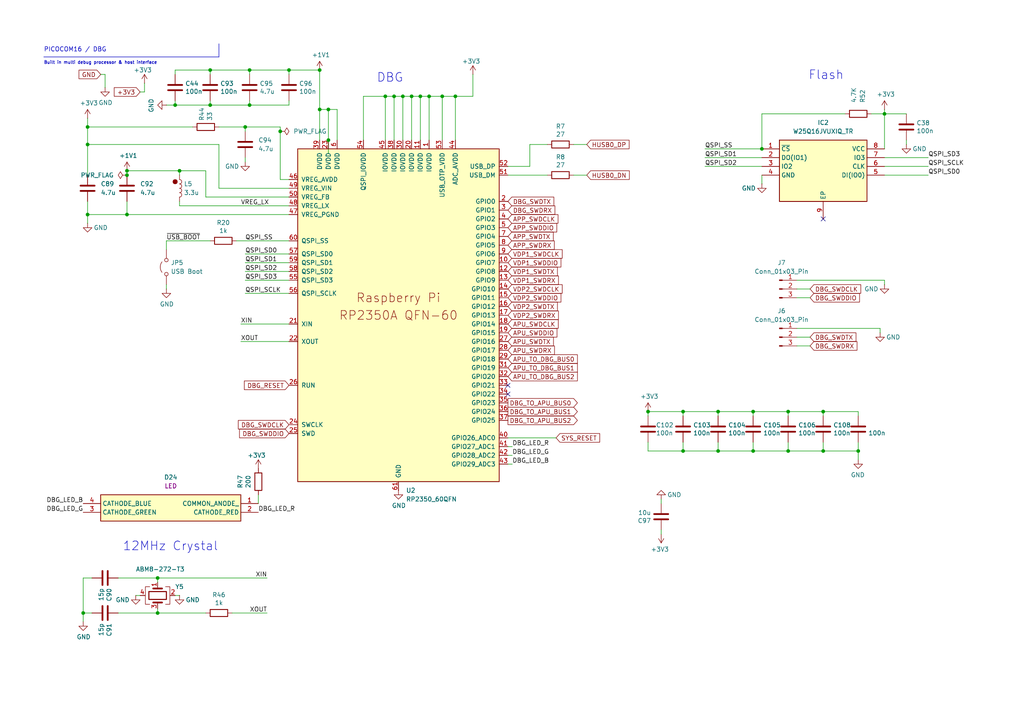
<source format=kicad_sch>
(kicad_sch (version 20231120) (generator "eeschema") (generator_version "8.0")
  (paper "A4")
  (lib_symbols
    (symbol "Connector:Conn_01x03_Pin" (pin_names (offset 1.016) hide)
      (property "Reference" "J" (at 0 5.08 0))
      (property "Value" "Conn_01x03_Pin" (at 0 -5.08 0))
      (symbol "Conn_01x03_Pin_1_1"
        (polyline (pts (xy 1.27 -2.54) (xy 0.8636 -2.54)) (stroke (width 0.1524)))
        (polyline (pts (xy 1.27 0) (xy 0.8636 0)) (stroke (width 0.1524)))
        (polyline (pts (xy 1.27 2.54) (xy 0.8636 2.54)) (stroke (width 0.1524)))
        (rectangle (start 0.8636 -2.413) (end 0 -2.667) (stroke (width 0.1524)) (fill (type outline)))
        (rectangle (start 0.8636 0.127) (end 0 -0.127) (stroke (width 0.1524)) (fill (type outline)))
        (rectangle (start 0.8636 2.667) (end 0 2.413) (stroke (width 0.1524)) (fill (type outline)))
        (pin passive line (at 5.08 2.54 180) (length 3.81) (name "Pin_1") (number "1"))
        (pin passive line (at 5.08 0 180) (length 3.81) (name "Pin_2") (number "2"))
        (pin passive line (at 5.08 -2.54 180) (length 3.81) (name "Pin_3") (number "3"))
      )
    )
    (symbol "Device:C" (pin_numbers hide) (pin_names (offset 0.254))
      (property "Reference" "C" (at 0.635 2.54 0))
      (property "Value" "C" (at 0.635 -2.54 0))
      (symbol "C_0_1"
        (polyline (pts (xy -2.032 -0.762) (xy 2.032 -0.762)) (stroke (width 0.508)))
        (polyline (pts (xy -2.032 0.762) (xy 2.032 0.762)) (stroke (width 0.508)))
      )
      (symbol "C_1_1"
        (pin passive line (at 0 3.81 270) (length 2.794) (name "~") (number "1"))
        (pin passive line (at 0 -3.81 90) (length 2.794) (name "~") (number "2"))
      )
    )
    (symbol "Device:Crystal_GND24" (pin_names (offset 1.016) hide)
      (property "Reference" "Y" (at 3.175 5.08 0))
      (property "Value" "Crystal_GND24" (at 3.175 3.175 0))
      (symbol "Crystal_GND24_0_1"
        (rectangle (start -1.143 2.54) (end 1.143 -2.54) (stroke (width 0.3048)))
        (polyline (pts (xy -2.54 0) (xy -2.032 0)))
        (polyline (pts (xy -2.032 -1.27) (xy -2.032 1.27)) (stroke (width 0.508)))
        (polyline (pts (xy 0 -3.81) (xy 0 -3.556)))
        (polyline (pts (xy 0 3.556) (xy 0 3.81)))
        (polyline (pts (xy 2.032 -1.27) (xy 2.032 1.27)) (stroke (width 0.508)))
        (polyline (pts (xy 2.032 0) (xy 2.54 0)))
        (polyline (pts (xy -2.54 -2.286) (xy -2.54 -3.556) (xy 2.54 -3.556) (xy 2.54 -2.286)))
        (polyline (pts (xy -2.54 2.286) (xy -2.54 3.556) (xy 2.54 3.556) (xy 2.54 2.286)))
      )
      (symbol "Crystal_GND24_1_1"
        (pin passive line (at -3.81 0 0) (length 1.27) (name "1") (number "1"))
        (pin passive line (at 0 5.08 270) (length 1.27) (name "2") (number "2"))
        (pin passive line (at 3.81 0 180) (length 1.27) (name "3") (number "3"))
        (pin passive line (at 0 -5.08 90) (length 1.27) (name "4") (number "4"))
      )
    )
    (symbol "Device:L" (pin_numbers hide) (pin_names (offset 1.016) hide)
      (property "Reference" "L" (at -1.27 0 90))
      (property "Value" "L" (at 1.905 0 90))
      (symbol "L_0_1"
        (arc (start 0 -2.54) (mid 0.6323 -1.905) (end 0 -1.27))
        (arc (start 0 -1.27) (mid 0.6323 -0.635) (end 0 0))
        (arc (start 0 0) (mid 0.6323 0.635) (end 0 1.27))
        (arc (start 0 1.27) (mid 0.6323 1.905) (end 0 2.54))
      )
      (symbol "L_1_1"
        (pin passive line (at 0 3.81 270) (length 1.27) (name "1") (number "1"))
        (pin passive line (at 0 -3.81 90) (length 1.27) (name "2") (number "2"))
      )
    )
    (symbol "Device:R" (pin_numbers hide) (pin_names (offset 0))
      (property "Reference" "R" (at 2.032 0 90))
      (property "Value" "R" (at 0 0 90))
      (symbol "R_0_1"
        (rectangle (start -1.016 -2.54) (end 1.016 2.54) (stroke (width 0.254)))
      )
      (symbol "R_1_1"
        (pin passive line (at 0 3.81 270) (length 1.27) (name "~") (number "1"))
        (pin passive line (at 0 -3.81 90) (length 1.27) (name "~") (number "2"))
      )
    )
    (symbol "Jumper:Jumper_2_Open" (pin_numbers hide) (pin_names (offset 0) hide) (exclude_from_sim yes)
      (property "Reference" "JP" (at 0 2.794 0))
      (property "Value" "Jumper_2_Open" (at 0 -2.286 0))
      (symbol "Jumper_2_Open_0_0"
        (circle (center -2.032 0) (radius 0.508))
        (circle (center 2.032 0) (radius 0.508))
      )
      (symbol "Jumper_2_Open_0_1"
        (arc (start 1.524 1.27) (mid 0 1.778) (end -1.524 1.27))
      )
      (symbol "Jumper_2_Open_1_1"
        (pin passive line (at -5.08 0 0) (length 2.54) (name "A") (number "1"))
        (pin passive line (at 5.08 0 180) (length 2.54) (name "B") (number "2"))
      )
    )
    (symbol "LRTBR48G-P9Q7-1+R7S5-26+NP-68:LRTBR48G-P9Q7-1+R7S5-26+NP-68"
      (property "Reference" "LED" (at 46.99 7.62 0))
      (property "Value" "LRTBR48G-P9Q7-1+R7S5-26+NP-68" (at 46.99 5.08 0))
      (symbol "LRTBR48G-P9Q7-1+R7S5-26+NP-68_1_1"
        (rectangle (start 5.08 2.54) (end 45.72 -5.08) (stroke (width 0.254)) (fill (type background)))
        (pin passive line (at 50.8 0 180) (length 5.08) (name "COMMON_ANODE_") (number "1"))
        (pin passive line (at 50.8 -2.54 180) (length 5.08) (name "CATHODE_RED") (number "2"))
        (pin passive line (at 0 -2.54 0) (length 5.08) (name "CATHODE_GREEN") (number "3"))
        (pin passive line (at 0 0 0) (length 5.08) (name "CATHODE_BLUE") (number "4"))
      )
    )
    (symbol "MCU_RaspberryPi_RP2350:RP2350_60QFN" (pin_names (offset 1.016))
      (property "Reference" "U" (at -29.21 49.53 0))
      (property "Value" "RP2350_60QFN" (at 24.13 -49.53 0))
      (symbol "RP2350_60QFN_0_0"
        (text "Raspberry Pi" (at 0 5.08 0) (effects (font (size 2.54 2.54))))
      )
      (symbol "RP2350_60QFN_0_1"
        (rectangle (start 29.21 48.26) (end -29.21 -48.26) (stroke (width 0.254)) (fill (type background)))
      )
      (symbol "RP2350_60QFN_1_0"
        (text "RP2350A QFN-60" (at 0 0 0) (effects (font (size 2.54 2.54))))
      )
      (symbol "RP2350_60QFN_1_1"
        (pin power_in line (at 8.89 50.8 270) (length 2.54) (name "IOVDD") (number "1"))
        (pin bidirectional line (at 31.75 15.24 180) (length 2.54) (name "GPIO7") (number "10"))
        (pin power_in line (at 6.35 50.8 270) (length 2.54) (name "IOVDD") (number "11"))
        (pin bidirectional line (at 31.75 12.7 180) (length 2.54) (name "GPIO8") (number "12"))
        (pin bidirectional line (at 31.75 10.16 180) (length 2.54) (name "GPIO9") (number "13"))
        (pin bidirectional line (at 31.75 7.62 180) (length 2.54) (name "GPIO10") (number "14"))
        (pin bidirectional line (at 31.75 5.08 180) (length 2.54) (name "GPIO11") (number "15"))
        (pin bidirectional line (at 31.75 2.54 180) (length 2.54) (name "GPIO12") (number "16"))
        (pin bidirectional line (at 31.75 0 180) (length 2.54) (name "GPIO13") (number "17"))
        (pin bidirectional line (at 31.75 -2.54 180) (length 2.54) (name "GPIO14") (number "18"))
        (pin bidirectional line (at 31.75 -5.08 180) (length 2.54) (name "GPIO15") (number "19"))
        (pin bidirectional line (at 31.75 33.02 180) (length 2.54) (name "GPIO0") (number "2"))
        (pin power_in line (at 3.81 50.8 270) (length 2.54) (name "IOVDD") (number "20"))
        (pin input line (at -31.75 -2.54 0) (length 2.54) (name "XIN") (number "21"))
        (pin passive line (at -31.75 -7.62 0) (length 2.54) (name "XOUT") (number "22"))
        (pin power_in line (at -20.32 50.8 270) (length 2.54) (name "DVDD") (number "23"))
        (pin output line (at -31.75 -31.75 0) (length 2.54) (name "SWCLK") (number "24"))
        (pin bidirectional line (at -31.75 -34.29 0) (length 2.54) (name "SWD") (number "25"))
        (pin input line (at -31.75 -20.32 0) (length 2.54) (name "RUN") (number "26"))
        (pin bidirectional line (at 31.75 -7.62 180) (length 2.54) (name "GPIO16") (number "27"))
        (pin bidirectional line (at 31.75 -10.16 180) (length 2.54) (name "GPIO17") (number "28"))
        (pin bidirectional line (at 31.75 -12.7 180) (length 2.54) (name "GPIO18") (number "29"))
        (pin bidirectional line (at 31.75 30.48 180) (length 2.54) (name "GPIO1") (number "3"))
        (pin power_in line (at 1.27 50.8 270) (length 2.54) (name "IOVDD") (number "30"))
        (pin bidirectional line (at 31.75 -15.24 180) (length 2.54) (name "GPIO19") (number "31"))
        (pin bidirectional line (at 31.75 -17.78 180) (length 2.54) (name "GPIO20") (number "32"))
        (pin bidirectional line (at 31.75 -20.32 180) (length 2.54) (name "GPIO21") (number "33"))
        (pin bidirectional line (at 31.75 -22.86 180) (length 2.54) (name "GPIO22") (number "34"))
        (pin bidirectional line (at 31.75 -25.4 180) (length 2.54) (name "GPIO23") (number "35"))
        (pin bidirectional line (at 31.75 -27.94 180) (length 2.54) (name "GPIO24") (number "36"))
        (pin bidirectional line (at 31.75 -30.48 180) (length 2.54) (name "GPIO25") (number "37"))
        (pin power_in line (at -1.27 50.8 270) (length 2.54) (name "IOVDD") (number "38"))
        (pin power_in line (at -22.86 50.8 270) (length 2.54) (name "DVDD") (number "39"))
        (pin bidirectional line (at 31.75 27.94 180) (length 2.54) (name "GPIO2") (number "4"))
        (pin bidirectional line (at 31.75 -35.56 180) (length 2.54) (name "GPIO26_ADC0") (number "40"))
        (pin bidirectional line (at 31.75 -38.1 180) (length 2.54) (name "GPIO27_ADC1") (number "41"))
        (pin bidirectional line (at 31.75 -40.64 180) (length 2.54) (name "GPIO28_ADC2") (number "42"))
        (pin bidirectional line (at 31.75 -43.18 180) (length 2.54) (name "GPIO29_ADC3") (number "43"))
        (pin power_in line (at 16.51 50.8 270) (length 2.54) (name "ADC_AVDD") (number "44"))
        (pin power_in line (at -3.81 50.8 270) (length 2.54) (name "IOVDD") (number "45"))
        (pin power_in line (at -31.75 39.37 0) (length 2.54) (name "VREG_AVDD") (number "46"))
        (pin power_in line (at -31.75 29.21 0) (length 2.54) (name "VREG_PGND") (number "47"))
        (pin power_out line (at -31.75 31.75 0) (length 2.54) (name "VREG_LX") (number "48"))
        (pin power_in line (at -31.75 36.83 0) (length 2.54) (name "VREG_VIN") (number "49"))
        (pin bidirectional line (at 31.75 25.4 180) (length 2.54) (name "GPIO3") (number "5"))
        (pin input line (at -31.75 34.29 0) (length 2.54) (name "VREG_FB") (number "50"))
        (pin bidirectional line (at 31.75 40.64 180) (length 2.54) (name "USB_DM") (number "51"))
        (pin bidirectional line (at 31.75 43.18 180) (length 2.54) (name "USB_DP") (number "52"))
        (pin power_in line (at 12.7 50.8 270) (length 2.54) (name "USB_OTP_VDD") (number "53"))
        (pin power_in line (at -10.16 50.8 270) (length 2.54) (name "QSPI_IOVDD") (number "54"))
        (pin bidirectional line (at -31.75 10.16 0) (length 2.54) (name "QSPI_SD3") (number "55"))
        (pin output line (at -31.75 6.35 0) (length 2.54) (name "QSPI_SCLK") (number "56"))
        (pin bidirectional line (at -31.75 17.78 0) (length 2.54) (name "QSPI_SD0") (number "57"))
        (pin bidirectional line (at -31.75 12.7 0) (length 2.54) (name "QSPI_SD2") (number "58"))
        (pin bidirectional line (at -31.75 15.24 0) (length 2.54) (name "QSPI_SD1") (number "59"))
        (pin power_in line (at -17.78 50.8 270) (length 2.54) (name "DVDD") (number "6"))
        (pin bidirectional line (at -31.75 21.59 0) (length 2.54) (name "QSPI_SS") (number "60"))
        (pin power_in line (at 0 -50.8 90) (length 2.54) (name "GND") (number "61"))
        (pin bidirectional line (at 31.75 22.86 180) (length 2.54) (name "GPIO4") (number "7"))
        (pin bidirectional line (at 31.75 20.32 180) (length 2.54) (name "GPIO5") (number "8"))
        (pin bidirectional line (at 31.75 17.78 180) (length 2.54) (name "GPIO6") (number "9"))
      )
    )
    (symbol "W25Q16JVUXIQ_TR:W25Q16JVUXIQ_TR"
      (property "Reference" "IC" (at 31.75 7.62 0))
      (property "Value" "W25Q16JVUXIQ_TR" (at 31.75 5.08 0))
      (symbol "W25Q16JVUXIQ_TR_1_1"
        (rectangle (start 5.08 2.54) (end 30.48 -15.24) (stroke (width 0.254)) (fill (type background)))
        (pin passive line (at 0 0 0) (length 5.08) (name "~{CS}") (number "1"))
        (pin passive line (at 0 -2.54 0) (length 5.08) (name "DO(IO1)") (number "2"))
        (pin passive line (at 0 -5.08 0) (length 5.08) (name "IO2") (number "3"))
        (pin passive line (at 0 -7.62 0) (length 5.08) (name "GND") (number "4"))
        (pin passive line (at 35.56 -7.62 180) (length 5.08) (name "DI(IO0)") (number "5"))
        (pin passive line (at 35.56 -5.08 180) (length 5.08) (name "CLK") (number "6"))
        (pin passive line (at 35.56 -2.54 180) (length 5.08) (name "IO3") (number "7"))
        (pin passive line (at 35.56 0 180) (length 5.08) (name "VCC") (number "8"))
        (pin passive line (at 17.78 -20.32 90) (length 5.08) (name "EP") (number "9"))
      )
    )
    (symbol "power:+1V1" (power) (pin_numbers hide) (pin_names (offset 0) hide)
      (property "Value" "+1V1" (at 0 3.556 0))
      (symbol "+1V1_0_1"
        (polyline (pts (xy -0.762 1.27) (xy 0 2.54)))
        (polyline (pts (xy 0 0) (xy 0 2.54)))
        (polyline (pts (xy 0 2.54) (xy 0.762 1.27)))
      )
      (symbol "+1V1_1_1"
        (pin power_in line (at 0 0 90) (length 0) (name "~") (number "1"))
      )
    )
    (symbol "power:+3V3" (power) (pin_numbers hide) (pin_names (offset 0) hide)
      (property "Value" "+3V3" (at 0 3.556 0))
      (symbol "+3V3_0_1"
        (polyline (pts (xy -0.762 1.27) (xy 0 2.54)))
        (polyline (pts (xy 0 0) (xy 0 2.54)))
        (polyline (pts (xy 0 2.54) (xy 0.762 1.27)))
      )
      (symbol "+3V3_1_1"
        (pin power_in line (at 0 0 90) (length 0) (name "~") (number "1"))
      )
    )
    (symbol "power:GND" (power) (pin_numbers hide) (pin_names (offset 0) hide)
      (property "Value" "GND" (at 0 -3.81 0))
      (symbol "GND_0_1"
        (polyline (pts (xy 0 0) (xy 0 -1.27) (xy 1.27 -1.27) (xy 0 -2.54) (xy -1.27 -1.27) (xy 0 -1.27)))
      )
      (symbol "GND_1_1"
        (pin power_in line (at 0 0 270) (length 0) (name "~") (number "1"))
      )
    )
    (symbol "power:PWR_FLAG" (power) (pin_numbers hide) (pin_names (offset 0) hide)
      (property "Value" "PWR_FLAG" (at 0 3.81 0))
      (symbol "PWR_FLAG_0_0"
        (pin power_out line (at 0 0 90) (length 0) (name "~") (number "1"))
      )
      (symbol "PWR_FLAG_0_1"
        (polyline (pts (xy 0 0) (xy 0 1.27) (xy -1.016 1.905) (xy 0 2.54) (xy 1.016 1.905) (xy 0 1.27)))
      )
    )
  )
  (junction (at 92.71 31.75))
  (junction (at 60.96 30.48))
  (junction (at 238.76 119.38))
  (junction (at 36.83 50.8))
  (junction (at 24.13 177.8))
  (junction (at 83.82 20.32))
  (junction (at 228.6 130.81))
  (junction (at 52.07 49.53))
  (junction (at 25.4 36.83))
  (junction (at 95.25 31.75))
  (junction (at 45.72 167.64))
  (junction (at 132.08 27.94))
  (junction (at 218.44 130.81))
  (junction (at 198.12 130.81))
  (junction (at 124.46 27.94))
  (junction (at 72.39 30.48))
  (junction (at 119.38 27.94))
  (junction (at 72.39 20.32))
  (junction (at 208.28 119.38))
  (junction (at 238.76 130.81))
  (junction (at 114.3 27.94))
  (junction (at 187.96 119.38))
  (junction (at 220.98 43.18))
  (junction (at 36.83 62.23))
  (junction (at 248.92 130.81))
  (junction (at 25.4 41.91))
  (junction (at 95.25 40.64))
  (junction (at 208.28 130.81))
  (junction (at 218.44 119.38))
  (junction (at 60.96 20.32))
  (junction (at 25.4 62.23))
  (junction (at 50.8 30.48))
  (junction (at 121.92 27.94))
  (junction (at 71.12 36.83))
  (junction (at 116.84 27.94))
  (junction (at 45.72 177.8))
  (junction (at 128.27 27.94))
  (junction (at 198.12 119.38))
  (junction (at 256.54 33.02))
  (junction (at 36.83 49.53))
  (junction (at 92.71 20.32))
  (junction (at 228.6 119.38))
  (junction (at 111.76 27.94))
  (junction (at 81.28 38.1))
  (no_connect (at 147.32 111.76))
  (no_connect (at 147.32 114.3))
  (no_connect (at 238.76 63.5))
  (wire (pts (xy 25.4 62.23) (xy 25.4 64.77)))
  (wire (pts (xy 218.44 128.27) (xy 218.44 130.81)))
  (wire (pts (xy 83.82 30.48) (xy 83.82 29.21)))
  (wire (pts (xy 97.79 31.75) (xy 97.79 40.64)))
  (wire (pts (xy 92.71 31.75) (xy 92.71 40.64)))
  (wire (pts (xy 187.96 128.27) (xy 187.96 130.81)))
  (wire (pts (xy 52.07 59.69) (xy 52.07 58.42)))
  (wire (pts (xy 252.73 33.02) (xy 256.54 33.02)))
  (wire (pts (xy 26.67 177.8) (xy 24.13 177.8)))
  (wire (pts (xy 119.38 27.94) (xy 121.92 27.94)))
  (wire (pts (xy 34.29 167.64) (xy 45.72 167.64)))
  (wire (pts (xy 95.25 31.75) (xy 92.71 31.75)))
  (wire (pts (xy 204.47 43.18) (xy 220.98 43.18)))
  (wire (pts (xy 119.38 27.94) (xy 119.38 40.64)))
  (wire (pts (xy 67.31 177.8) (xy 77.47 177.8)))
  (wire (pts (xy 116.84 27.94) (xy 119.38 27.94)))
  (wire (pts (xy 147.32 48.26) (xy 153.67 48.26)))
  (wire (pts (xy 124.46 27.94) (xy 128.27 27.94)))
  (wire (pts (xy 105.41 27.94) (xy 111.76 27.94)))
  (wire (pts (xy 248.92 128.27) (xy 248.92 130.81)))
  (wire (pts (xy 262.89 40.64) (xy 262.89 41.91)))
  (wire (pts (xy 69.85 99.06) (xy 83.82 99.06)))
  (wire (pts (xy 231.14 86.36) (xy 234.95 86.36)))
  (wire (pts (xy 95.25 40.64) (xy 95.25 44.45)))
  (wire (pts (xy 128.27 27.94) (xy 128.27 40.64)))
  (wire (pts (xy 148.59 134.62) (xy 147.32 134.62)))
  (wire (pts (xy 166.37 50.8) (xy 170.18 50.8)))
  (wire (pts (xy 30.48 21.59) (xy 29.21 21.59)))
  (wire (pts (xy 231.14 81.28) (xy 256.54 81.28)))
  (wire (pts (xy 45.72 167.64) (xy 77.47 167.64)))
  (wire (pts (xy 114.3 27.94) (xy 116.84 27.94)))
  (wire (pts (xy 60.96 30.48) (xy 72.39 30.48)))
  (wire (pts (xy 30.48 21.59) (xy 30.48 25.4)))
  (wire (pts (xy 25.4 41.91) (xy 25.4 50.8)))
  (wire (pts (xy 161.29 127) (xy 147.32 127)))
  (wire (pts (xy 218.44 130.81) (xy 228.6 130.81)))
  (wire (pts (xy 74.93 143.51) (xy 74.93 146.05)))
  (wire (pts (xy 36.83 50.8) (xy 36.83 49.53)))
  (wire (pts (xy 48.26 30.48) (xy 50.8 30.48)))
  (wire (pts (xy 71.12 36.83) (xy 71.12 38.1)))
  (wire (pts (xy 114.3 27.94) (xy 114.3 40.64)))
  (wire (pts (xy 52.07 59.69) (xy 83.82 59.69)))
  (wire (pts (xy 71.12 78.74) (xy 83.82 78.74)))
  (wire (pts (xy 72.39 30.48) (xy 83.82 30.48)))
  (wire (pts (xy 231.14 95.25) (xy 255.27 95.25)))
  (wire (pts (xy 256.54 81.28) (xy 256.54 82.55)))
  (wire (pts (xy 187.96 119.38) (xy 198.12 119.38)))
  (wire (pts (xy 208.28 128.27) (xy 208.28 130.81)))
  (wire (pts (xy 24.13 167.64) (xy 24.13 177.8)))
  (wire (pts (xy 228.6 130.81) (xy 238.76 130.81)))
  (wire (pts (xy 198.12 120.65) (xy 198.12 119.38)))
  (wire (pts (xy 59.69 57.15) (xy 59.69 49.53)))
  (wire (pts (xy 92.71 20.32) (xy 92.71 31.75)))
  (wire (pts (xy 269.24 45.72) (xy 256.54 45.72)))
  (wire (pts (xy 238.76 120.65) (xy 238.76 119.38)))
  (wire (pts (xy 198.12 128.27) (xy 198.12 130.81)))
  (wire (pts (xy 128.27 27.94) (xy 132.08 27.94)))
  (wire (pts (xy 121.92 27.94) (xy 121.92 40.64)))
  (wire (pts (xy 81.28 52.07) (xy 83.82 52.07)))
  (wire (pts (xy 52.07 49.53) (xy 52.07 50.8)))
  (wire (pts (xy 124.46 27.94) (xy 124.46 40.64)))
  (wire (pts (xy 71.12 81.28) (xy 83.82 81.28)))
  (wire (pts (xy 204.47 48.26) (xy 220.98 48.26)))
  (wire (pts (xy 148.59 129.54) (xy 147.32 129.54)))
  (wire (pts (xy 218.44 120.65) (xy 218.44 119.38)))
  (wire (pts (xy 220.98 33.02) (xy 220.98 43.18)))
  (wire (pts (xy 25.4 36.83) (xy 55.88 36.83)))
  (wire (pts (xy 48.26 69.85) (xy 48.26 72.39)))
  (wire (pts (xy 228.6 128.27) (xy 228.6 130.81)))
  (wire (pts (xy 50.8 29.21) (xy 50.8 30.48)))
  (wire (pts (xy 198.12 130.81) (xy 208.28 130.81)))
  (wire (pts (xy 228.6 119.38) (xy 238.76 119.38)))
  (wire (pts (xy 83.82 21.59) (xy 83.82 20.32)))
  (wire (pts (xy 95.25 31.75) (xy 95.25 40.64)))
  (wire (pts (xy 218.44 119.38) (xy 228.6 119.38)))
  (wire (pts (xy 208.28 130.81) (xy 218.44 130.81)))
  (wire (pts (xy 25.4 36.83) (xy 25.4 41.91)))
  (wire (pts (xy 191.77 146.05) (xy 191.77 144.78)))
  (polyline (pts (xy 63.5 12.7) (xy 63.5 16.51)))
  (wire (pts (xy 198.12 130.81) (xy 187.96 130.81)))
  (wire (pts (xy 116.84 27.94) (xy 116.84 40.64)))
  (wire (pts (xy 132.08 27.94) (xy 137.16 27.94)))
  (wire (pts (xy 41.91 24.13) (xy 41.91 26.67)))
  (wire (pts (xy 95.25 31.75) (xy 97.79 31.75)))
  (wire (pts (xy 166.37 41.91) (xy 170.18 41.91)))
  (wire (pts (xy 187.96 120.65) (xy 187.96 119.38)))
  (wire (pts (xy 59.69 49.53) (xy 52.07 49.53)))
  (wire (pts (xy 71.12 73.66) (xy 83.82 73.66)))
  (wire (pts (xy 60.96 21.59) (xy 60.96 20.32)))
  (wire (pts (xy 60.96 29.21) (xy 60.96 30.48)))
  (wire (pts (xy 63.5 54.61) (xy 83.82 54.61)))
  (wire (pts (xy 204.47 45.72) (xy 220.98 45.72)))
  (wire (pts (xy 48.26 83.82) (xy 48.26 82.55)))
  (wire (pts (xy 153.67 41.91) (xy 153.67 48.26)))
  (wire (pts (xy 36.83 58.42) (xy 36.83 62.23)))
  (polyline (pts (xy 12.7 16.51) (xy 63.5 16.51)))
  (wire (pts (xy 50.8 20.32) (xy 60.96 20.32)))
  (wire (pts (xy 245.11 33.02) (xy 220.98 33.02)))
  (wire (pts (xy 41.91 26.67) (xy 40.64 26.67)))
  (wire (pts (xy 238.76 119.38) (xy 248.92 119.38)))
  (wire (pts (xy 238.76 128.27) (xy 238.76 130.81)))
  (wire (pts (xy 228.6 120.65) (xy 228.6 119.38)))
  (wire (pts (xy 34.29 177.8) (xy 45.72 177.8)))
  (wire (pts (xy 72.39 29.21) (xy 72.39 30.48)))
  (wire (pts (xy 208.28 120.65) (xy 208.28 119.38)))
  (wire (pts (xy 238.76 130.81) (xy 248.92 130.81)))
  (wire (pts (xy 231.14 83.82) (xy 234.95 83.82)))
  (wire (pts (xy 269.24 50.8) (xy 256.54 50.8)))
  (wire (pts (xy 50.8 30.48) (xy 60.96 30.48)))
  (wire (pts (xy 132.08 27.94) (xy 132.08 40.64)))
  (wire (pts (xy 153.67 41.91) (xy 158.75 41.91)))
  (wire (pts (xy 45.72 177.8) (xy 59.69 177.8)))
  (wire (pts (xy 36.83 62.23) (xy 83.82 62.23)))
  (wire (pts (xy 248.92 130.81) (xy 248.92 133.35)))
  (wire (pts (xy 36.83 49.53) (xy 52.07 49.53)))
  (wire (pts (xy 71.12 46.99) (xy 71.12 45.72)))
  (wire (pts (xy 63.5 41.91) (xy 63.5 54.61)))
  (wire (pts (xy 231.14 100.33) (xy 234.95 100.33)))
  (wire (pts (xy 60.96 20.32) (xy 72.39 20.32)))
  (wire (pts (xy 83.82 57.15) (xy 59.69 57.15)))
  (wire (pts (xy 83.82 20.32) (xy 92.71 20.32)))
  (wire (pts (xy 50.8 172.72) (xy 52.07 172.72)))
  (wire (pts (xy 81.28 38.1) (xy 81.28 52.07)))
  (wire (pts (xy 63.5 36.83) (xy 71.12 36.83)))
  (wire (pts (xy 71.12 85.09) (xy 83.82 85.09)))
  (wire (pts (xy 68.58 69.85) (xy 83.82 69.85)))
  (wire (pts (xy 60.96 69.85) (xy 48.26 69.85)))
  (wire (pts (xy 72.39 21.59) (xy 72.39 20.32)))
  (wire (pts (xy 72.39 20.32) (xy 83.82 20.32)))
  (wire (pts (xy 121.92 27.94) (xy 124.46 27.94)))
  (wire (pts (xy 256.54 33.02) (xy 256.54 43.18)))
  (wire (pts (xy 208.28 119.38) (xy 218.44 119.38)))
  (wire (pts (xy 71.12 36.83) (xy 81.28 36.83)))
  (wire (pts (xy 25.4 62.23) (xy 36.83 62.23)))
  (wire (pts (xy 50.8 21.59) (xy 50.8 20.32)))
  (wire (pts (xy 25.4 41.91) (xy 63.5 41.91)))
  (wire (pts (xy 269.24 48.26) (xy 256.54 48.26)))
  (wire (pts (xy 69.85 93.98) (xy 83.82 93.98)))
  (wire (pts (xy 147.32 50.8) (xy 158.75 50.8)))
  (wire (pts (xy 111.76 27.94) (xy 114.3 27.94)))
  (wire (pts (xy 191.77 154.94) (xy 191.77 153.67)))
  (wire (pts (xy 231.14 97.79) (xy 234.95 97.79)))
  (wire (pts (xy 71.12 76.2) (xy 83.82 76.2)))
  (wire (pts (xy 105.41 27.94) (xy 105.41 40.64)))
  (wire (pts (xy 81.28 36.83) (xy 81.28 38.1)))
  (wire (pts (xy 26.67 167.64) (xy 24.13 167.64)))
  (wire (pts (xy 39.37 172.72) (xy 40.64 172.72)))
  (wire (pts (xy 220.98 53.34) (xy 220.98 50.8)))
  (wire (pts (xy 45.72 176.53) (xy 45.72 177.8)))
  (wire (pts (xy 24.13 177.8) (xy 24.13 180.34)))
  (wire (pts (xy 255.27 95.25) (xy 255.27 96.52)))
  (wire (pts (xy 256.54 31.75) (xy 256.54 33.02)))
  (wire (pts (xy 148.59 132.08) (xy 147.32 132.08)))
  (wire (pts (xy 45.72 168.91) (xy 45.72 167.64)))
  (wire (pts (xy 248.92 120.65) (xy 248.92 119.38)))
  (wire (pts (xy 137.16 21.59) (xy 137.16 27.94)))
  (wire (pts (xy 25.4 34.29) (xy 25.4 36.83)))
  (wire (pts (xy 25.4 58.42) (xy 25.4 62.23)))
  (wire (pts (xy 111.76 27.94) (xy 111.76 40.64)))
  (wire (pts (xy 262.89 33.02) (xy 256.54 33.02)))
  (wire (pts (xy 198.12 119.38) (xy 208.28 119.38)))
  (circle (center 50.8 52.705) (radius 0.635) (stroke (width 0) (color 132 0 0 1)) (fill (type color) (color 132 0 0 1)))
  (text "DBG" (at 109.22 24.13 0) (effects (font (size 2.54 2.54)) (justify left bottom)))
  (text "Flash" (at 234.442 23.368 0) (effects (font (size 2.54 2.54)) (justify left bottom)))
  (text "12MHz Crystal" (at 35.56 160.02 0) (effects (font (size 2.54 2.54)) (justify left bottom)))
  (text "PICOCOM16 / DBG" (at 12.7 14.478 0) (effects (font (size 1.27 1.27)) (justify left)))
  (text "Built in multi debug processor & host interface" (at 12.7 18.288 0) (effects (font (size 0.889 0.889)) (justify left)))
  (label "XOUT" (at 77.47 177.8 180))
  (label "DBG_LED_G" (at 148.59 132.08 0))
  (label "DBG_LED_R" (at 74.93 148.59 0))
  (label "VREG_LX" (at 69.85 59.69 0))
  (label "QSPI_SD1" (at 71.12 76.2 0))
  (label "QSPI_SD0" (at 71.12 73.66 0))
  (label "QSPI_SD0" (at 269.24 50.8 0))
  (label "DBG_LED_G" (at 24.13 148.59 180))
  (label "QSPI_SCLK" (at 269.24 48.26 0))
  (label "QSPI_SS" (at 204.47 43.18 0))
  (label "QSPI_SD2" (at 71.12 78.74 0))
  (label "XIN" (at 77.47 167.64 180))
  (label "QSPI_SS" (at 71.12 69.85 0))
  (label "DBG_LED_B" (at 148.59 134.62 0))
  (label "~{USB_BOOT}" (at 48.26 69.85 0))
  (label "QSPI_SD3" (at 269.24 45.72 0))
  (label "DBG_LED_B" (at 24.13 146.05 180))
  (label "XOUT" (at 69.85 99.06 0))
  (label "DBG_LED_R" (at 148.59 129.54 0))
  (label "QSPI_SD3" (at 71.12 81.28 0))
  (label "XIN" (at 69.85 93.98 0))
  (label "QSPI_SD2" (at 204.47 48.26 0))
  (label "QSPI_SD1" (at 204.47 45.72 0))
  (label "QSPI_SCLK" (at 71.12 85.09 0))
  (global_label "DBG_TO_APU_BUS0" (shape output) (at 147.32 116.84 0) (property "Intersheetrefs" "${INTERSHEET_REFS}" (effects (hide yes))))
  (global_label "VDP1_SWDDIO" (shape input) (at 147.32 76.2 0) (property "Intersheetrefs" "${INTERSHEET_REFS}" (effects (hide yes))))
  (global_label "DBG_SWDRX" (shape input) (at 234.95 100.33 0) (property "Intersheetrefs" "${INTERSHEET_REFS}" (effects (hide yes))))
  (global_label "DBG_SWDDIO" (shape input) (at 83.82 125.73 180) (property "Intersheetrefs" "${INTERSHEET_REFS}" (effects (hide yes))))
  (global_label "DBG_SWDTX" (shape input) (at 234.95 97.79 0) (property "Intersheetrefs" "${INTERSHEET_REFS}" (effects (hide yes))))
  (global_label "VDP2_SWDCLK" (shape input) (at 147.32 83.82 0) (property "Intersheetrefs" "${INTERSHEET_REFS}" (effects (hide yes))))
  (global_label "DBG_SWDCLK" (shape input) (at 83.82 123.19 180) (property "Intersheetrefs" "${INTERSHEET_REFS}" (effects (hide yes))))
  (global_label "VDP1_SWDCLK" (shape input) (at 147.32 73.66 0) (property "Intersheetrefs" "${INTERSHEET_REFS}" (effects (hide yes))))
  (global_label "HUSB0_DN" (shape input) (at 170.18 50.8 0) (property "Intersheetrefs" "${INTERSHEET_REFS}" (effects (hide yes))))
  (global_label "APU_TO_DBG_BUS0" (shape input) (at 147.32 104.14 0) (property "Intersheetrefs" "${INTERSHEET_REFS}" (effects (hide yes))))
  (global_label "GND" (shape input) (at 29.21 21.59 180) (property "Intersheetrefs" "${INTERSHEET_REFS}" (effects (hide yes))))
  (global_label "APU_SWDTX" (shape input) (at 147.32 99.06 0) (property "Intersheetrefs" "${INTERSHEET_REFS}" (effects (hide yes))))
  (global_label "DBG_RESET" (shape input) (at 83.82 111.76 180) (property "Intersheetrefs" "${INTERSHEET_REFS}" (effects (hide yes))))
  (global_label "DBG_SWDRX" (shape input) (at 147.32 60.96 0) (property "Intersheetrefs" "${INTERSHEET_REFS}" (effects (hide yes))))
  (global_label "DBG_SWDCLK" (shape input) (at 234.95 83.82 0) (property "Intersheetrefs" "${INTERSHEET_REFS}" (effects (hide yes))))
  (global_label "APP_SWDDIO" (shape input) (at 147.32 66.04 0) (property "Intersheetrefs" "${INTERSHEET_REFS}" (effects (hide yes))))
  (global_label "APU_TO_DBG_BUS1" (shape input) (at 147.32 106.68 0) (property "Intersheetrefs" "${INTERSHEET_REFS}" (effects (hide yes))))
  (global_label "VDP2_SWDTX" (shape input) (at 147.32 88.9 0) (property "Intersheetrefs" "${INTERSHEET_REFS}" (effects (hide yes))))
  (global_label "DBG_SWDTX" (shape input) (at 147.32 58.42 0) (property "Intersheetrefs" "${INTERSHEET_REFS}" (effects (hide yes))))
  (global_label "DBG_TO_APU_BUS1" (shape output) (at 147.32 119.38 0) (property "Intersheetrefs" "${INTERSHEET_REFS}" (effects (hide yes))))
  (global_label "VDP1_SWDRX" (shape input) (at 147.32 81.28 0) (property "Intersheetrefs" "${INTERSHEET_REFS}" (effects (hide yes))))
  (global_label "VDP2_SWDRX" (shape input) (at 147.32 91.44 0) (property "Intersheetrefs" "${INTERSHEET_REFS}" (effects (hide yes))))
  (global_label "VDP1_SWDTX" (shape input) (at 147.32 78.74 0) (property "Intersheetrefs" "${INTERSHEET_REFS}" (effects (hide yes))))
  (global_label "APU_SWDCLK" (shape input) (at 147.32 93.98 0) (property "Intersheetrefs" "${INTERSHEET_REFS}" (effects (hide yes))))
  (global_label "VDP2_SWDDIO" (shape input) (at 147.32 86.36 0) (property "Intersheetrefs" "${INTERSHEET_REFS}" (effects (hide yes))))
  (global_label "SYS_RESET" (shape input) (at 161.29 127 0) (property "Intersheetrefs" "${INTERSHEET_REFS}" (effects (hide yes))))
  (global_label "APU_SWDRX" (shape input) (at 147.32 101.6 0) (property "Intersheetrefs" "${INTERSHEET_REFS}" (effects (hide yes))))
  (global_label "APP_SWDTX" (shape input) (at 147.32 68.58 0) (property "Intersheetrefs" "${INTERSHEET_REFS}" (effects (hide yes))))
  (global_label "DBG_TO_APU_BUS2" (shape output) (at 147.32 121.92 0) (property "Intersheetrefs" "${INTERSHEET_REFS}" (effects (hide yes))))
  (global_label "+3V3" (shape input) (at 40.64 26.67 180) (property "Intersheetrefs" "${INTERSHEET_REFS}" (effects (hide yes))))
  (global_label "HUSB0_DP" (shape input) (at 170.18 41.91 0) (property "Intersheetrefs" "${INTERSHEET_REFS}" (effects (hide yes))))
  (global_label "APP_SWDCLK" (shape input) (at 147.32 63.5 0) (property "Intersheetrefs" "${INTERSHEET_REFS}" (effects (hide yes))))
  (global_label "APU_SWDDIO" (shape input) (at 147.32 96.52 0) (property "Intersheetrefs" "${INTERSHEET_REFS}" (effects (hide yes))))
  (global_label "DBG_SWDDIO" (shape input) (at 234.95 86.36 0) (property "Intersheetrefs" "${INTERSHEET_REFS}" (effects (hide yes))))
  (global_label "APP_SWDRX" (shape input) (at 147.32 71.12 0) (property "Intersheetrefs" "${INTERSHEET_REFS}" (effects (hide yes))))
  (global_label "APU_TO_DBG_BUS2" (shape input) (at 147.32 109.22 0) (property "Intersheetrefs" "${INTERSHEET_REFS}" (effects (hide yes))))
  (symbol (lib_id "Device:R") (at 74.93 139.7 0) (unit 1)
    (property "Reference" "R47" (at 69.6722 139.7 90))
    (property "Value" "200" (at 71.9836 139.7 90))
    (property "Footprint" "Resistor_SMD:R_0402_1005Metric" (effects (hide yes)))
    (property "Description" "Resistor" (effects (hide yes)))
  )
  (symbol (lib_id "Device:C") (at 25.4 54.61 0) (unit 1)
    (property "Reference" "C89" (at 29.21 53.34 0) (effects (justify left)))
    (property "Value" "4.7u" (at 29.21 55.88 0) (effects (justify left)))
    (property "Footprint" "Capacitor_SMD:C_0402_1005Metric" (effects (hide yes)))
    (property "Description" "Unpolarized capacitor" (effects (hide yes)))
  )
  (symbol (lib_id "MCU_RaspberryPi_RP2350:RP2350_60QFN") (at 115.57 91.44 0) (unit 1)
    (property "Reference" "U2" (at 117.7641 142.24 0) (effects (justify left)))
    (property "Value" "RP2350_60QFN" (at 117.7641 144.78 0) (effects (justify left)))
    (property "Footprint" "Package_DFN_QFN:QFN-60-1EP_7x7mm_P0.4mm_EP3.4x3.4mm" (effects (hide yes)))
  )
  (symbol (lib_id "Device:C") (at 72.39 25.4 0) (unit 1)
    (property "Reference" "C95" (at 75.311 24.2316 0) (effects (justify left)))
    (property "Value" "4.7u" (at 75.311 26.543 0) (effects (justify left)))
    (property "Footprint" "Capacitor_SMD:C_0402_1005Metric" (effects (hide yes)))
    (property "Description" "Unpolarized capacitor" (effects (hide yes)))
  )
  (symbol (lib_id "power:+1V1") (at 36.83 49.53 0) (unit 1)
    (property "Reference" "#PWR0143" (effects (hide yes)))
    (property "Value" "+1V1" (at 37.211 45.1358 0))
    (property "Description" "Power symbol creates a global label with name \"+1V1\"" (effects (hide yes)))
  )
  (symbol (lib_id "LRTBR48G-P9Q7-1+R7S5-26+NP-68:LRTBR48G-P9Q7-1+R7S5-26+NP-68") (at 24.13 146.05 0) (unit 1)
    (property "Reference" "D24" (at 49.53 138.43 0))
    (property "Value" "LRTBR48G-P9Q7-1+R7S5-26+NP-68" (effects (hide yes)))
    (property "Footprint" "lib:LRTBR48GP9Q71R7S526NP68" (effects (hide yes)))
    (property "Datasheet" "https://www.osram.com/os/ecat/Multi%20CHIPLED%C2%AE%20LRTBR48G/com/en/class_pim_web_catalog_103489/global/prd_pim_device_2190793/" (effects (hide yes)))
    (property "Description" "Standard LEDs - SMD Multi CHIPLED RGB 623nm 530nm 471nm" (effects (hide yes)))
    (property "Reference_1" "LED" (at 49.53 140.97 0))
    (property "Value_1" "LRTBR48G-P9Q7-1+R7S5-26+NP-68" (effects (hide yes)))
    (property "Footprint_1" "LRTBR48GP9Q71R7S526NP68" (effects (hide yes)))
    (property "Datasheet_1" "https://www.osram.com/os/ecat/Multi%20CHIPLED%C2%AE%20LRTBR48G/com/en/class_pim_web_catalog_103489/global/prd_pim_device_2190793/" (effects (hide yes)))
    (property "Height" "0.65" (effects (hide yes)))
    (property "Mouser Part Number" "720-LRTBR48GP9A3521" (effects (hide yes)))
    (property "Mouser Price/Stock" "https://www.mouser.co.uk/ProductDetail/OSRAM-Opto-Semiconductors/LRTBR48G-P9Q7-1%2bR7S5-26%2bNP-68?qs=vLWxofP3U2wobKiXA759AQ%3D%3D" (effects (hide yes)))
    (property "Manufacturer_Name" "OSRAM" (effects (hide yes)))
    (property "Manufacturer_Part_Number" "LRTBR48G-P9Q7-1+R7S5-26+NP-68" (effects (hide yes)))
    (property "mfr#" "LRTBR48G-P9Q7-1+R7S5-26+NP-68" (effects (hide yes)))
  )
  (symbol (lib_id "power:GND") (at 48.26 30.48 270) (unit 1)
    (property "Reference" "#PWR0148" (effects (hide yes)))
    (property "Value" "GND" (at 43.8658 30.607 0))
    (property "Description" "Power symbol creates a global label with name \"GND\" , ground" (effects (hide yes)))
  )
  (symbol (lib_id "power:GND") (at 71.12 46.99 0) (unit 1)
    (property "Reference" "#PWR0149" (effects (hide yes)))
    (property "Value" "GND" (at 67.31 48.26 0))
    (property "Description" "Power symbol creates a global label with name \"GND\" , ground" (effects (hide yes)))
  )
  (symbol (lib_id "Device:C") (at 60.96 25.4 0) (unit 1)
    (property "Reference" "C93" (at 63.881 24.2316 0) (effects (justify left)))
    (property "Value" "100n" (at 63.881 26.543 0) (effects (justify left)))
    (property "Footprint" "Capacitor_SMD:C_0402_1005Metric" (effects (hide yes)))
    (property "Description" "Unpolarized capacitor" (effects (hide yes)))
  )
  (symbol (lib_id "Device:R") (at 64.77 69.85 270) (unit 1)
    (property "Reference" "R20" (at 64.77 64.5922 90))
    (property "Value" "1k" (at 64.77 66.9036 90))
    (property "Footprint" "Resistor_SMD:R_0402_1005Metric" (effects (hide yes)))
    (property "Description" "Resistor" (effects (hide yes)))
  )
  (symbol (lib_id "power:GND") (at 52.07 172.72 0) (unit 1)
    (property "Reference" "#PWR0147" (effects (hide yes)))
    (property "Value" "GND" (at 55.88 173.99 0))
    (property "Description" "Power symbol creates a global label with name \"GND\" , ground" (effects (hide yes)))
  )
  (symbol (lib_id "power:+3V3") (at 256.54 31.75 0) (unit 1)
    (property "Reference" "#PWR086" (effects (hide yes)))
    (property "Value" "+3V3" (at 256.921 27.3558 0))
    (property "Description" "Power symbol creates a global label with name \"+3V3\"" (effects (hide yes)))
  )
  (symbol (lib_id "Device:L") (at 52.07 54.61 0) (unit 1)
    (property "Reference" "L5" (at 53.34 53.34 0) (effects (justify left)))
    (property "Value" "3.3u" (at 53.34 55.88 0) (effects (justify left)))
    (property "Footprint" "Inductor_SMD:L_0805_2012Metric" (effects (hide yes)))
    (property "Description" "Inductor" (effects (hide yes)))
    (property "#mfr" "LB2016T3R3M" (effects (hide yes)))
  )
  (symbol (lib_id "Device:R") (at 63.5 177.8 270) (unit 1)
    (property "Reference" "R46" (at 63.5 172.5422 90))
    (property "Value" "1k" (at 63.5 174.8536 90))
    (property "Footprint" "Resistor_SMD:R_0402_1005Metric" (effects (hide yes)))
    (property "Description" "Resistor" (effects (hide yes)))
  )
  (symbol (lib_id "power:+3V3") (at 191.77 154.94 180) (unit 1)
    (property "Reference" "#PWR0155" (effects (hide yes)))
    (property "Value" "+3V3" (at 191.389 159.3342 0))
    (property "Description" "Power symbol creates a global label with name \"+3V3\"" (effects (hide yes)))
  )
  (symbol (lib_id "Device:R") (at 162.56 41.91 270) (unit 1)
    (property "Reference" "R7" (at 162.56 36.6522 90))
    (property "Value" "27" (at 162.56 38.9636 90))
    (property "Footprint" "Resistor_SMD:R_0402_1005Metric" (effects (hide yes)))
    (property "Description" "Resistor" (effects (hide yes)))
  )
  (symbol (lib_id "Device:R") (at 162.56 50.8 270) (unit 1)
    (property "Reference" "R8" (at 162.56 45.5422 90))
    (property "Value" "27" (at 162.56 47.8536 90))
    (property "Footprint" "Resistor_SMD:R_0402_1005Metric" (effects (hide yes)))
    (property "Description" "Resistor" (effects (hide yes)))
  )
  (symbol (lib_id "power:GND") (at 255.27 96.52 0) (mirror y) (unit 1)
    (property "Reference" "#PWR012" (effects (hide yes)))
    (property "Value" "GND" (at 259.08 97.79 0))
    (property "Description" "Power symbol creates a global label with name \"GND\" , ground" (effects (hide yes)))
  )
  (symbol (lib_id "Device:C") (at 187.96 124.46 0) (unit 1)
    (property "Reference" "C102" (at 190.246 123.2916 0) (effects (justify left)))
    (property "Value" "100n" (at 190.246 125.603 0) (effects (justify left)))
    (property "Footprint" "Capacitor_SMD:C_0402_1005Metric" (effects (hide yes)))
    (property "Description" "Unpolarized capacitor" (effects (hide yes)))
  )
  (symbol (lib_id "power:+3V3") (at 137.16 21.59 0) (unit 1)
    (property "Reference" "#PWR019" (effects (hide yes)))
    (property "Value" "+3V3" (at 136.652 17.78 0))
    (property "Description" "Power symbol creates a global label with name \"+3V3\"" (effects (hide yes)))
  )
  (symbol (lib_id "power:GND") (at 191.77 144.78 180) (unit 1)
    (property "Reference" "#PWR0154" (effects (hide yes)))
    (property "Value" "GND" (at 195.58 143.51 0))
    (property "Description" "Power symbol creates a global label with name \"GND\" , ground" (effects (hide yes)))
  )
  (symbol (lib_id "W25Q16JVUXIQ_TR:W25Q16JVUXIQ_TR") (at 220.98 43.18 0) (unit 1)
    (property "Reference" "IC2" (at 238.76 35.56 0))
    (property "Value" "W25Q16JVUXIQ_TR" (at 238.76 38.1 0))
    (property "Footprint" "lib:SON50P300X200X60-9N" (effects (hide yes)))
    (property "Datasheet" "https://componentsearchengine.com/Datasheets/1/W25Q16JVUXIQ TR.pdf" (effects (hide yes)))
    (property "Description" "NOR Flash spiFlash, 3V, 16M-bit, 4Kb Uniform Sector, DTR" (effects (hide yes)))
    (property "Height" "0.6" (effects (hide yes)))
    (property "Mouser Part Number" "454-W25Q16JVUXIQTR" (effects (hide yes)))
    (property "Mouser Price/Stock" "https://www.mouser.co.uk/ProductDetail/Winbond/W25Q16JVUXIQ-TR?qs=qSfuJ%252Bfl%2Fd7SDdIHLGOd1g%3D%3D" (effects (hide yes)))
    (property "Manufacturer_Name" "Winbond" (effects (hide yes)))
    (property "Manufacturer_Part_Number" "W25Q16JVUXIQ TR" (effects (hide yes)))
  )
  (symbol (lib_id "power:GND") (at 256.54 82.55 0) (unit 1)
    (property "Reference" "#PWR01" (effects (hide yes)))
    (property "Value" "GND" (at 252.73 83.82 0))
    (property "Description" "Power symbol creates a global label with name \"GND\" , ground" (effects (hide yes)))
  )
  (symbol (lib_id "Device:C") (at 228.6 124.46 0) (unit 1)
    (property "Reference" "C106" (at 231.521 123.2916 0) (effects (justify left)))
    (property "Value" "100n" (at 231.521 125.603 0) (effects (justify left)))
    (property "Footprint" "Capacitor_SMD:C_0402_1005Metric" (effects (hide yes)))
    (property "Description" "Unpolarized capacitor" (effects (hide yes)))
  )
  (symbol (lib_id "Device:R") (at 248.92 33.02 270) (mirror x) (unit 1)
    (property "Reference" "R52" (at 250.19 29.845 0) (effects (justify left)))
    (property "Value" "4.7K" (at 247.65 29.845 0) (effects (justify left)))
    (property "Footprint" "Resistor_SMD:R_0402_1005Metric" (effects (hide yes)))
    (property "Description" "Resistor" (effects (hide yes)))
  )
  (symbol (lib_id "Device:C") (at 208.28 124.46 0) (unit 1)
    (property "Reference" "C104" (at 211.201 123.2916 0) (effects (justify left)))
    (property "Value" "100n" (at 211.201 125.603 0) (effects (justify left)))
    (property "Footprint" "Capacitor_SMD:C_0402_1005Metric" (effects (hide yes)))
    (property "Description" "Unpolarized capacitor" (effects (hide yes)))
  )
  (symbol (lib_id "power:+3V3") (at 187.96 119.38 0) (unit 1)
    (property "Reference" "#PWR045" (effects (hide yes)))
    (property "Value" "+3V3" (at 188.341 114.9858 0))
    (property "Description" "Power symbol creates a global label with name \"+3V3\"" (effects (hide yes)))
  )
  (symbol (lib_id "Device:C") (at 191.77 149.86 180) (unit 1)
    (property "Reference" "C97" (at 188.849 151.0284 0) (effects (justify left)))
    (property "Value" "10u" (at 188.849 148.717 0) (effects (justify left)))
    (property "Footprint" "Capacitor_SMD:C_0805_2012Metric" (effects (hide yes)))
    (property "Description" "Unpolarized capacitor" (effects (hide yes)))
  )
  (symbol (lib_id "Device:C") (at 30.48 177.8 270) (unit 1)
    (property "Reference" "C91" (at 31.6484 180.721 0) (effects (justify left)))
    (property "Value" "15p" (at 29.337 180.721 0) (effects (justify left)))
    (property "Footprint" "Capacitor_SMD:C_0402_1005Metric" (effects (hide yes)))
    (property "Description" "Unpolarized capacitor" (effects (hide yes)))
  )
  (symbol (lib_id "power:+3V3") (at 41.91 24.13 0) (unit 1)
    (property "Reference" "#PWR0146" (effects (hide yes)))
    (property "Value" "+3V3" (at 41.402 20.32 0))
    (property "Description" "Power symbol creates a global label with name \"+3V3\"" (effects (hide yes)))
  )
  (symbol (lib_id "power:GND") (at 48.26 83.82 0) (unit 1)
    (property "Reference" "#PWR017" (effects (hide yes)))
    (property "Value" "GND" (at 48.387 88.2142 0))
    (property "Description" "Power symbol creates a global label with name \"GND\" , ground" (effects (hide yes)))
  )
  (symbol (lib_id "power:GND") (at 248.92 133.35 0) (mirror y) (unit 1)
    (property "Reference" "#PWR052" (effects (hide yes)))
    (property "Value" "GND" (at 248.793 137.7442 0))
    (property "Description" "Power symbol creates a global label with name \"GND\" , ground" (effects (hide yes)))
  )
  (symbol (lib_id "power:GND") (at 220.98 53.34 0) (unit 1)
    (property "Reference" "#PWR0112" (effects (hide yes)))
    (property "Value" "GND" (at 217.17 54.61 0))
    (property "Description" "Power symbol creates a global label with name \"GND\" , ground" (effects (hide yes)))
  )
  (symbol (lib_id "Device:C") (at 248.92 124.46 0) (unit 1)
    (property "Reference" "C109" (effects (hide yes)))
    (property "Value" "100n" (at 251.841 125.603 0) (effects (justify left)))
    (property "Footprint" "Capacitor_SMD:C_0402_1005Metric" (effects (hide yes)))
    (property "Description" "Unpolarized capacitor" (effects (hide yes)))
  )
  (symbol (lib_id "Device:C") (at 50.8 25.4 0) (unit 1)
    (property "Reference" "C44" (at 53.721 24.2316 0) (effects (justify left)))
    (property "Value" "100n" (at 53.721 26.543 0) (effects (justify left)))
    (property "Footprint" "Capacitor_SMD:C_0402_1005Metric" (effects (hide yes)))
    (property "Description" "Unpolarized capacitor" (effects (hide yes)))
  )
  (symbol (lib_id "Device:C") (at 83.82 25.4 0) (unit 1)
    (property "Reference" "C96" (at 86.741 24.2316 0) (effects (justify left)))
    (property "Value" "100n" (at 86.741 26.543 0) (effects (justify left)))
    (property "Footprint" "Capacitor_SMD:C_0402_1005Metric" (effects (hide yes)))
    (property "Description" "Unpolarized capacitor" (effects (hide yes)))
  )
  (symbol (lib_id "Device:C") (at 238.76 124.46 0) (unit 1)
    (property "Reference" "C108" (at 241.681 123.2916 0) (effects (justify left)))
    (property "Value" "100n" (at 241.681 125.603 0) (effects (justify left)))
    (property "Footprint" "Capacitor_SMD:C_0402_1005Metric" (effects (hide yes)))
    (property "Description" "Unpolarized capacitor" (effects (hide yes)))
  )
  (symbol (lib_id "Device:C") (at 71.12 41.91 0) (unit 1)
    (property "Reference" "C94" (at 74.93 40.64 0) (effects (justify left)))
    (property "Value" "4.7u" (at 74.93 43.18 0) (effects (justify left)))
    (property "Footprint" "Capacitor_SMD:C_0402_1005Metric" (effects (hide yes)))
    (property "Description" "Unpolarized capacitor" (effects (hide yes)))
  )
  (symbol (lib_id "Device:C") (at 36.83 54.61 0) (unit 1)
    (property "Reference" "C92" (at 40.64 53.34 0) (effects (justify left)))
    (property "Value" "4.7u" (at 40.64 55.88 0) (effects (justify left)))
    (property "Footprint" "Capacitor_SMD:C_0402_1005Metric" (effects (hide yes)))
    (property "Description" "Unpolarized capacitor" (effects (hide yes)))
  )
  (symbol (lib_id "power:GND") (at 262.89 41.91 0) (unit 1)
    (property "Reference" "#PWR0104" (effects (hide yes)))
    (property "Value" "GND" (at 266.7 43.18 0))
    (property "Description" "Power symbol creates a global label with name \"GND\" , ground" (effects (hide yes)))
  )
  (symbol (lib_id "power:+3V3") (at 74.93 135.89 0) (unit 1)
    (property "Reference" "#PWR0150" (effects (hide yes)))
    (property "Value" "+3V3" (at 74.422 132.08 0))
    (property "Description" "Power symbol creates a global label with name \"+3V3\"" (effects (hide yes)))
  )
  (symbol (lib_id "power:GND") (at 25.4 64.77 0) (mirror y) (unit 1)
    (property "Reference" "#PWR0141" (effects (hide yes)))
    (property "Value" "GND" (at 29.21 66.04 0))
    (property "Description" "Power symbol creates a global label with name \"GND\" , ground" (effects (hide yes)))
  )
  (symbol (lib_id "power:GND") (at 30.48 25.4 0) (unit 1)
    (property "Reference" "#PWR0142" (effects (hide yes)))
    (property "Value" "GND" (at 30.607 29.7942 0))
    (property "Description" "Power symbol creates a global label with name \"GND\" , ground" (effects (hide yes)))
  )
  (symbol (lib_id "Device:R") (at 59.69 36.83 90) (unit 1)
    (property "Reference" "R44" (at 58.5216 35.052 0) (effects (justify left)))
    (property "Value" "33" (at 60.833 35.052 0) (effects (justify left)))
    (property "Footprint" "Resistor_SMD:R_0402_1005Metric" (effects (hide yes)))
    (property "Description" "Resistor" (effects (hide yes)))
  )
  (symbol (lib_id "Device:C") (at 218.44 124.46 0) (unit 1)
    (property "Reference" "C105" (at 221.361 123.2916 0) (effects (justify left)))
    (property "Value" "100n" (at 221.361 125.603 0) (effects (justify left)))
    (property "Footprint" "Capacitor_SMD:C_0402_1005Metric" (effects (hide yes)))
    (property "Description" "Unpolarized capacitor" (effects (hide yes)))
  )
  (symbol (lib_id "Device:Crystal_GND24") (at 45.72 172.72 270) (unit 1)
    (property "Reference" "Y5" (at 50.8 170.18 90) (effects (justify left)))
    (property "Value" "ABM8-272-T3" (at 39.37 165.1 90) (effects (justify left)))
    (property "Footprint" "lib:ABM8272T3" (effects (hide yes)))
    (property "Description" "Four pin crystal, GND on pins 2 and 4" (effects (hide yes)))
    (property "#mfr" "ABM8-272-T3" (effects (hide yes)))
  )
  (symbol (lib_id "Device:C") (at 198.12 124.46 0) (unit 1)
    (property "Reference" "C103" (at 201.041 123.2916 0) (effects (justify left)))
    (property "Value" "100n" (at 201.041 125.603 0) (effects (justify left)))
    (property "Footprint" "Capacitor_SMD:C_0402_1005Metric" (effects (hide yes)))
    (property "Description" "Unpolarized capacitor" (effects (hide yes)))
  )
  (symbol (lib_id "power:+3V3") (at 25.4 34.29 0) (unit 1)
    (property "Reference" "#PWR0140" (effects (hide yes)))
    (property "Value" "+3V3" (at 25.781 29.8958 0))
    (property "Description" "Power symbol creates a global label with name \"+3V3\"" (effects (hide yes)))
  )
  (symbol (lib_id "power:GND") (at 115.57 142.24 0) (unit 1)
    (property "Reference" "#PWR010" (effects (hide yes)))
    (property "Value" "GND" (at 115.697 146.6342 0))
    (property "Description" "Power symbol creates a global label with name \"GND\" , ground" (effects (hide yes)))
  )
  (symbol (lib_id "Device:C") (at 262.89 36.83 0) (unit 1)
    (property "Reference" "C38" (at 265.811 35.6616 0) (effects (justify left)))
    (property "Value" "100n" (at 265.811 37.973 0) (effects (justify left)))
    (property "Footprint" "Capacitor_SMD:C_0402_1005Metric" (effects (hide yes)))
    (property "Description" "Unpolarized capacitor" (effects (hide yes)))
  )
  (symbol (lib_id "power:+1V1") (at 92.71 20.32 0) (unit 1)
    (property "Reference" "#PWR0151" (effects (hide yes)))
    (property "Value" "+1V1" (at 93.091 15.9258 0))
    (property "Description" "Power symbol creates a global label with name \"+1V1\"" (effects (hide yes)))
  )
  (symbol (lib_id "power:GND") (at 39.37 172.72 0) (unit 1)
    (property "Reference" "#PWR0144" (effects (hide yes)))
    (property "Value" "GND" (at 35.56 173.99 0))
    (property "Description" "Power symbol creates a global label with name \"GND\" , ground" (effects (hide yes)))
  )
  (symbol (lib_id "power:GND") (at 24.13 180.34 0) (unit 1)
    (property "Reference" "#PWR0139" (effects (hide yes)))
    (property "Value" "GND" (at 24.257 184.7342 0))
    (property "Description" "Power symbol creates a global label with name \"GND\" , ground" (effects (hide yes)))
  )
  (symbol (lib_id "Jumper:Jumper_2_Open") (at 48.26 77.47 90) (unit 1) (exclude_from_sim yes)
    (property "Reference" "JP5" (at 49.53 76.1999 90) (effects (justify right)))
    (property "Value" "USB Boot" (at 49.53 78.7399 90) (effects (justify right)))
    (property "Footprint" "Jumper:SolderJumper-2_P1.3mm_Open_Pad1.0x1.5mm" (effects (hide yes)))
    (property "Description" "Jumper, 2-pole, open" (effects (hide yes)))
  )
  (symbol (lib_id "Connector:Conn_01x03_Pin") (at 226.06 97.79 0) (unit 1)
    (property "Reference" "J6" (at 226.695 90.17 0))
    (property "Value" "Conn_01x03_Pin" (at 226.695 92.71 0))
    (property "Footprint" "Connector_PinHeader_2.54mm:PinHeader_1x03_P2.54mm_Vertical_SMD_Pin1Left" (effects (hide yes)))
    (property "Description" "Generic connector, single row, 01x03, script generated" (effects (hide yes)))
  )
  (symbol (lib_id "Connector:Conn_01x03_Pin") (at 226.06 83.82 0) (unit 1)
    (property "Reference" "J7" (at 226.695 76.2 0))
    (property "Value" "Conn_01x03_Pin" (at 226.695 78.74 0))
    (property "Footprint" "Connector_PinHeader_2.54mm:PinHeader_1x03_P2.54mm_Vertical_SMD_Pin1Left" (effects (hide yes)))
    (property "Description" "Generic connector, single row, 01x03, script generated" (effects (hide yes)))
  )
  (symbol (lib_id "power:PWR_FLAG") (at 36.83 50.8 90) (unit 1)
    (property "Reference" "#FLG011" (effects (hide yes)))
    (property "Value" "PWR_FLAG" (at 33.02 50.7999 90) (effects (justify left)))
    (property "Description" "Special symbol for telling ERC where power comes from" (effects (hide yes)))
  )
  (symbol (lib_id "power:PWR_FLAG") (at 81.28 38.1 270) (unit 1)
    (property "Reference" "#FLG?" (effects (hide yes)))
    (property "Value" "PWR_FLAG" (at 85.09 38.0999 90) (effects (justify left)))
    (property "Description" "Special symbol for telling ERC where power comes from" (effects (hide yes)))
    (instances (project "" (path "" (reference "#FLG?") (unit 1)) (path "" (reference "#FLG012") (unit 1))))
  )
  (symbol (lib_id "Device:C") (at 30.48 167.64 270) (unit 1)
    (property "Reference" "C90" (at 31.6484 170.561 0) (effects (justify left)))
    (property "Value" "15p" (at 29.337 170.561 0) (effects (justify left)))
    (property "Footprint" "Capacitor_SMD:C_0402_1005Metric" (effects (hide yes)))
    (property "Description" "Unpolarized capacitor" (effects (hide yes)))
  )
)
</source>
